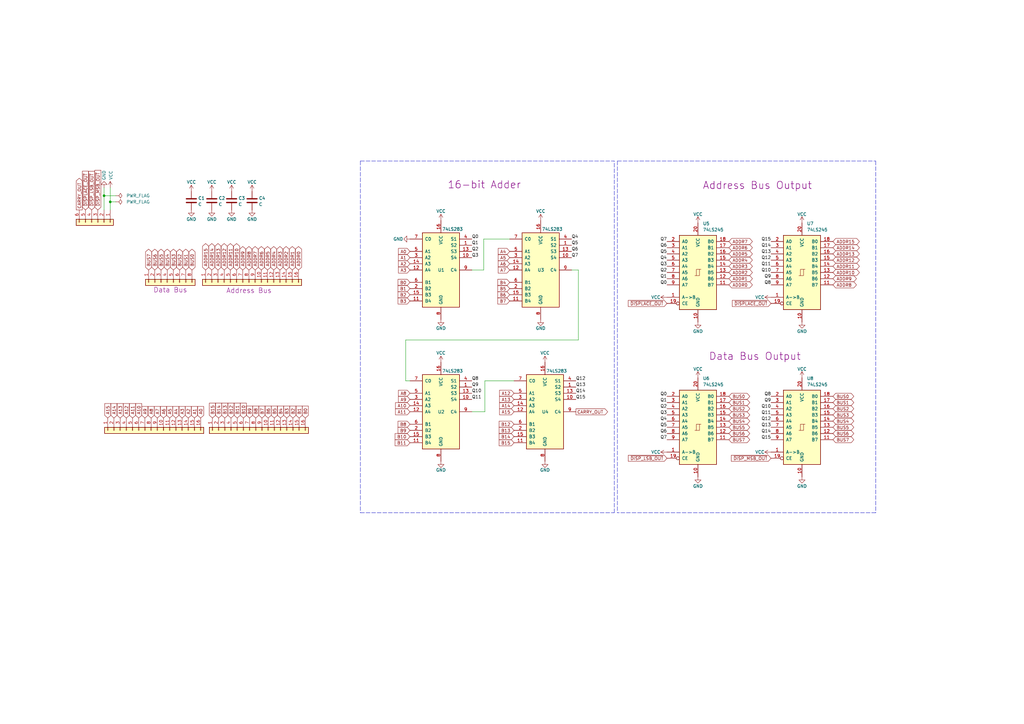
<source format=kicad_sch>
(kicad_sch (version 20211123) (generator eeschema)
  (paper "A3")
  (lib_symbols
    (symbol "74xx:74LS245" (pin_names (offset 1.016))
      (property "Reference" "U" (at -7.62 16.51 0))
      (property "Value" "74LS245" (at -7.62 -16.51 0))
      (symbol "74LS245_1_0"
        (polyline (pts (xy -0.635 -1.27) (xy -0.635 1.27) (xy 0.635 1.27)))
        (polyline (pts (xy -1.27 -1.27) (xy 0.635 -1.27) (xy 0.635 1.27) (xy 1.27 1.27)))
        (pin input line (at -12.7 -10.16 0) (length 5.08) (name "A->B") (number "1"))
        (pin power_in line (at 0 -20.32 90) (length 5.08) (name "GND") (number "10"))
        (pin tri_state line (at 12.7 -5.08 180) (length 5.08) (name "B7") (number "11"))
        (pin tri_state line (at 12.7 -2.54 180) (length 5.08) (name "B6") (number "12"))
        (pin tri_state line (at 12.7 0 180) (length 5.08) (name "B5") (number "13"))
        (pin tri_state line (at 12.7 2.54 180) (length 5.08) (name "B4") (number "14"))
        (pin tri_state line (at 12.7 5.08 180) (length 5.08) (name "B3") (number "15"))
        (pin tri_state line (at 12.7 7.62 180) (length 5.08) (name "B2") (number "16"))
        (pin tri_state line (at 12.7 10.16 180) (length 5.08) (name "B1") (number "17"))
        (pin tri_state line (at 12.7 12.7 180) (length 5.08) (name "B0") (number "18"))
        (pin input inverted (at -12.7 -12.7 0) (length 5.08) (name "CE") (number "19"))
        (pin tri_state line (at -12.7 12.7 0) (length 5.08) (name "A0") (number "2"))
        (pin power_in line (at 0 20.32 270) (length 5.08) (name "VCC") (number "20"))
        (pin tri_state line (at -12.7 10.16 0) (length 5.08) (name "A1") (number "3"))
        (pin tri_state line (at -12.7 7.62 0) (length 5.08) (name "A2") (number "4"))
        (pin tri_state line (at -12.7 5.08 0) (length 5.08) (name "A3") (number "5"))
        (pin tri_state line (at -12.7 2.54 0) (length 5.08) (name "A4") (number "6"))
        (pin tri_state line (at -12.7 0 0) (length 5.08) (name "A5") (number "7"))
        (pin tri_state line (at -12.7 -2.54 0) (length 5.08) (name "A6") (number "8"))
        (pin tri_state line (at -12.7 -5.08 0) (length 5.08) (name "A7") (number "9"))
      )
      (symbol "74LS245_1_1"
        (rectangle (start -7.62 15.24) (end 7.62 -15.24) (stroke (width 0.254)) (fill (type background)))
      )
    )
    (symbol "74xx:74LS283" (pin_names (offset 1.016))
      (property "Reference" "U" (at -7.62 16.51 0))
      (property "Value" "74LS283" (at -7.62 -16.51 0))
      (symbol "74LS283_1_0"
        (pin output line (at 12.7 10.16 180) (length 5.08) (name "S2") (number "1"))
        (pin output line (at 12.7 5.08 180) (length 5.08) (name "S4") (number "10"))
        (pin input line (at -12.7 -12.7 0) (length 5.08) (name "B4") (number "11"))
        (pin input line (at -12.7 0 0) (length 5.08) (name "A4") (number "12"))
        (pin output line (at 12.7 7.62 180) (length 5.08) (name "S3") (number "13"))
        (pin input line (at -12.7 2.54 0) (length 5.08) (name "A3") (number "14"))
        (pin input line (at -12.7 -10.16 0) (length 5.08) (name "B3") (number "15"))
        (pin power_in line (at 0 20.32 270) (length 5.08) (name "VCC") (number "16"))
        (pin input line (at -12.7 -7.62 0) (length 5.08) (name "B2") (number "2"))
        (pin input line (at -12.7 5.08 0) (length 5.08) (name "A2") (number "3"))
        (pin output line (at 12.7 12.7 180) (length 5.08) (name "S1") (number "4"))
        (pin input line (at -12.7 7.62 0) (length 5.08) (name "A1") (number "5"))
        (pin input line (at -12.7 -5.08 0) (length 5.08) (name "B1") (number "6"))
        (pin input line (at -12.7 12.7 0) (length 5.08) (name "C0") (number "7"))
        (pin power_in line (at 0 -20.32 90) (length 5.08) (name "GND") (number "8"))
        (pin output line (at 12.7 0 180) (length 5.08) (name "C4") (number "9"))
      )
      (symbol "74LS283_1_1"
        (rectangle (start -7.62 15.24) (end 7.62 -15.24) (stroke (width 0.254)) (fill (type background)))
      )
    )
    (symbol "Connector_Generic:Conn_01x06" (pin_names (offset 1.016) hide)
      (property "Reference" "J" (at 0 7.62 0))
      (property "Value" "Conn_01x06" (at 0 -10.16 0))
      (symbol "Conn_01x06_1_1"
        (rectangle (start -1.27 -7.493) (end 0 -7.747) (stroke (width 0.1524)))
        (rectangle (start -1.27 -4.953) (end 0 -5.207) (stroke (width 0.1524)))
        (rectangle (start -1.27 -2.413) (end 0 -2.667) (stroke (width 0.1524)))
        (rectangle (start -1.27 0.127) (end 0 -0.127) (stroke (width 0.1524)))
        (rectangle (start -1.27 2.667) (end 0 2.413) (stroke (width 0.1524)))
        (rectangle (start -1.27 5.207) (end 0 4.953) (stroke (width 0.1524)))
        (rectangle (start -1.27 6.35) (end 1.27 -8.89) (stroke (width 0.254)) (fill (type background)))
        (pin passive line (at -5.08 5.08 0) (length 3.81) (name "Pin_1") (number "1"))
        (pin passive line (at -5.08 2.54 0) (length 3.81) (name "Pin_2") (number "2"))
        (pin passive line (at -5.08 0 0) (length 3.81) (name "Pin_3") (number "3"))
        (pin passive line (at -5.08 -2.54 0) (length 3.81) (name "Pin_4") (number "4"))
        (pin passive line (at -5.08 -5.08 0) (length 3.81) (name "Pin_5") (number "5"))
        (pin passive line (at -5.08 -7.62 0) (length 3.81) (name "Pin_6") (number "6"))
      )
    )
    (symbol "Connector_Generic:Conn_01x08" (pin_names (offset 1.016) hide)
      (property "Reference" "J" (at 0 10.16 0))
      (property "Value" "Conn_01x08" (at 0 -12.7 0))
      (symbol "Conn_01x08_1_1"
        (rectangle (start -1.27 -10.033) (end 0 -10.287) (stroke (width 0.1524)))
        (rectangle (start -1.27 -7.493) (end 0 -7.747) (stroke (width 0.1524)))
        (rectangle (start -1.27 -4.953) (end 0 -5.207) (stroke (width 0.1524)))
        (rectangle (start -1.27 -2.413) (end 0 -2.667) (stroke (width 0.1524)))
        (rectangle (start -1.27 0.127) (end 0 -0.127) (stroke (width 0.1524)))
        (rectangle (start -1.27 2.667) (end 0 2.413) (stroke (width 0.1524)))
        (rectangle (start -1.27 5.207) (end 0 4.953) (stroke (width 0.1524)))
        (rectangle (start -1.27 7.747) (end 0 7.493) (stroke (width 0.1524)))
        (rectangle (start -1.27 8.89) (end 1.27 -11.43) (stroke (width 0.254)) (fill (type background)))
        (pin passive line (at -5.08 7.62 0) (length 3.81) (name "Pin_1") (number "1"))
        (pin passive line (at -5.08 5.08 0) (length 3.81) (name "Pin_2") (number "2"))
        (pin passive line (at -5.08 2.54 0) (length 3.81) (name "Pin_3") (number "3"))
        (pin passive line (at -5.08 0 0) (length 3.81) (name "Pin_4") (number "4"))
        (pin passive line (at -5.08 -2.54 0) (length 3.81) (name "Pin_5") (number "5"))
        (pin passive line (at -5.08 -5.08 0) (length 3.81) (name "Pin_6") (number "6"))
        (pin passive line (at -5.08 -7.62 0) (length 3.81) (name "Pin_7") (number "7"))
        (pin passive line (at -5.08 -10.16 0) (length 3.81) (name "Pin_8") (number "8"))
      )
    )
    (symbol "Connector_Generic:Conn_01x16" (pin_names (offset 1.016) hide)
      (property "Reference" "J" (at 0 20.32 0))
      (property "Value" "Conn_01x16" (at 0 -22.86 0))
      (symbol "Conn_01x16_1_1"
        (rectangle (start -1.27 -20.193) (end 0 -20.447) (stroke (width 0.1524)))
        (rectangle (start -1.27 -17.653) (end 0 -17.907) (stroke (width 0.1524)))
        (rectangle (start -1.27 -15.113) (end 0 -15.367) (stroke (width 0.1524)))
        (rectangle (start -1.27 -12.573) (end 0 -12.827) (stroke (width 0.1524)))
        (rectangle (start -1.27 -10.033) (end 0 -10.287) (stroke (width 0.1524)))
        (rectangle (start -1.27 -7.493) (end 0 -7.747) (stroke (width 0.1524)))
        (rectangle (start -1.27 -4.953) (end 0 -5.207) (stroke (width 0.1524)))
        (rectangle (start -1.27 -2.413) (end 0 -2.667) (stroke (width 0.1524)))
        (rectangle (start -1.27 0.127) (end 0 -0.127) (stroke (width 0.1524)))
        (rectangle (start -1.27 2.667) (end 0 2.413) (stroke (width 0.1524)))
        (rectangle (start -1.27 5.207) (end 0 4.953) (stroke (width 0.1524)))
        (rectangle (start -1.27 7.747) (end 0 7.493) (stroke (width 0.1524)))
        (rectangle (start -1.27 10.287) (end 0 10.033) (stroke (width 0.1524)))
        (rectangle (start -1.27 12.827) (end 0 12.573) (stroke (width 0.1524)))
        (rectangle (start -1.27 15.367) (end 0 15.113) (stroke (width 0.1524)))
        (rectangle (start -1.27 17.907) (end 0 17.653) (stroke (width 0.1524)))
        (rectangle (start -1.27 19.05) (end 1.27 -21.59) (stroke (width 0.254)) (fill (type background)))
        (pin passive line (at -5.08 17.78 0) (length 3.81) (name "Pin_1") (number "1"))
        (pin passive line (at -5.08 -5.08 0) (length 3.81) (name "Pin_10") (number "10"))
        (pin passive line (at -5.08 -7.62 0) (length 3.81) (name "Pin_11") (number "11"))
        (pin passive line (at -5.08 -10.16 0) (length 3.81) (name "Pin_12") (number "12"))
        (pin passive line (at -5.08 -12.7 0) (length 3.81) (name "Pin_13") (number "13"))
        (pin passive line (at -5.08 -15.24 0) (length 3.81) (name "Pin_14") (number "14"))
        (pin passive line (at -5.08 -17.78 0) (length 3.81) (name "Pin_15") (number "15"))
        (pin passive line (at -5.08 -20.32 0) (length 3.81) (name "Pin_16") (number "16"))
        (pin passive line (at -5.08 15.24 0) (length 3.81) (name "Pin_2") (number "2"))
        (pin passive line (at -5.08 12.7 0) (length 3.81) (name "Pin_3") (number "3"))
        (pin passive line (at -5.08 10.16 0) (length 3.81) (name "Pin_4") (number "4"))
        (pin passive line (at -5.08 7.62 0) (length 3.81) (name "Pin_5") (number "5"))
        (pin passive line (at -5.08 5.08 0) (length 3.81) (name "Pin_6") (number "6"))
        (pin passive line (at -5.08 2.54 0) (length 3.81) (name "Pin_7") (number "7"))
        (pin passive line (at -5.08 0 0) (length 3.81) (name "Pin_8") (number "8"))
        (pin passive line (at -5.08 -2.54 0) (length 3.81) (name "Pin_9") (number "9"))
      )
    )
    (symbol "Device:C" (pin_numbers hide) (pin_names (offset 0.254))
      (property "Reference" "C" (at 0.635 2.54 0))
      (property "Value" "C" (at 0.635 -2.54 0))
      (symbol "C_0_1"
        (polyline (pts (xy -2.032 -0.762) (xy 2.032 -0.762)) (stroke (width 0.508)))
        (polyline (pts (xy -2.032 0.762) (xy 2.032 0.762)) (stroke (width 0.508)))
      )
      (symbol "C_1_1"
        (pin passive line (at 0 3.81 270) (length 2.794) (name "~") (number "1"))
        (pin passive line (at 0 -3.81 90) (length 2.794) (name "~") (number "2"))
      )
    )
    (symbol "power:GND" (power) (pin_names (offset 0))
      (property "Value" "GND" (at 0 -3.81 0))
      (symbol "GND_0_1"
        (polyline (pts (xy 0 0) (xy 0 -1.27) (xy 1.27 -1.27) (xy 0 -2.54) (xy -1.27 -1.27) (xy 0 -1.27)))
      )
      (symbol "GND_1_1"
        (pin power_in line (at 0 0 270) (length 0) hide (name "GND") (number "1"))
      )
    )
    (symbol "power:PWR_FLAG" (power) (pin_numbers hide) (pin_names (offset 0) hide)
      (property "Value" "PWR_FLAG" (at 0 3.81 0))
      (symbol "PWR_FLAG_0_0"
        (pin power_out line (at 0 0 90) (length 0) (name "pwr") (number "1"))
      )
      (symbol "PWR_FLAG_0_1"
        (polyline (pts (xy 0 0) (xy 0 1.27) (xy -1.016 1.905) (xy 0 2.54) (xy 1.016 1.905) (xy 0 1.27)))
      )
    )
    (symbol "power:VCC" (power) (pin_names (offset 0))
      (property "Value" "VCC" (at 0 3.81 0))
      (symbol "VCC_0_1"
        (polyline (pts (xy -0.762 1.27) (xy 0 2.54)))
        (polyline (pts (xy 0 0) (xy 0 2.54)))
        (polyline (pts (xy 0 2.54) (xy 0.762 1.27)))
      )
      (symbol "VCC_1_1"
        (pin power_in line (at 0 0 90) (length 0) hide (name "VCC") (number "1"))
      )
    )
  )
  (junction (at 45.212 82.804))
  (junction (at 42.672 80.264))
  (polyline (pts (xy 147.828 210.312) (xy 251.968 210.312)))
  (wire (pts (xy 198.374 98.044) (xy 209.042 98.044)))
  (polyline (pts (xy 253.238 66.04) (xy 359.156 66.04)))
  (polyline (pts (xy 251.968 210.312) (xy 251.968 66.04)))
  (wire (pts (xy 193.548 110.744) (xy 198.374 110.744)))
  (wire (pts (xy 47.498 80.264) (xy 42.672 80.264)))
  (polyline (pts (xy 359.156 210.312) (xy 253.238 210.312)))
  (polyline (pts (xy 359.156 66.04) (xy 359.156 210.312)))
  (wire (pts (xy 42.672 80.264) (xy 42.672 76.962)))
  (wire (pts (xy 42.672 86.106) (xy 42.672 80.264)))
  (wire (pts (xy 47.498 82.804) (xy 45.212 82.804)))
  (wire (pts (xy 198.374 98.044) (xy 198.374 110.744)))
  (wire (pts (xy 45.212 82.804) (xy 45.212 86.106)))
  (wire (pts (xy 198.882 168.91) (xy 198.882 156.21)))
  (polyline (pts (xy 147.828 66.04) (xy 147.828 210.312)))
  (wire (pts (xy 166.37 156.21) (xy 168.148 156.21)))
  (wire (pts (xy 166.37 139.446) (xy 237.236 139.446)))
  (polyline (pts (xy 253.238 66.04) (xy 253.238 210.312)))
  (wire (pts (xy 166.37 139.446) (xy 166.37 156.21)))
  (wire (pts (xy 198.882 156.21) (xy 210.82 156.21)))
  (wire (pts (xy 45.212 76.962) (xy 45.212 82.804)))
  (wire (pts (xy 237.236 110.744) (xy 237.236 139.446)))
  (wire (pts (xy 193.548 168.91) (xy 198.882 168.91)))
  (polyline (pts (xy 147.828 66.04) (xy 251.968 66.04)))
  (wire (pts (xy 234.442 110.744) (xy 237.236 110.744)))
  (label "Q7" (at 273.558 99.06 180))
  (label "Q10" (at 316.23 167.64 180))
  (label "Q5" (at 234.442 100.584 0))
  (label "Q0" (at 273.558 116.84 180))
  (label "Q3" (at 273.558 109.22 180))
  (label "Q11" (at 316.23 170.18 180))
  (label "Q15" (at 316.23 180.34 180))
  (label "Q1" (at 193.548 100.584 0))
  (label "Q10" (at 316.23 111.76 180))
  (label "Q11" (at 193.548 163.83 0))
  (label "Q4" (at 234.442 98.044 0))
  (label "Q0" (at 193.548 98.044 0))
  (label "Q13" (at 316.23 104.14 180))
  (label "Q1" (at 273.558 165.1 180))
  (label "Q4" (at 273.558 106.68 180))
  (label "Q14" (at 236.22 161.29 0))
  (label "Q12" (at 316.23 106.68 180))
  (label "Q12" (at 316.23 172.72 180))
  (label "Q7" (at 273.558 180.34 180))
  (label "Q4" (at 273.558 172.72 180))
  (label "Q6" (at 234.442 103.124 0))
  (label "Q0" (at 273.558 162.56 180))
  (label "Q15" (at 236.22 163.83 0))
  (label "Q10" (at 193.548 161.29 0))
  (label "Q8" (at 316.23 116.84 180))
  (label "Q2" (at 273.558 167.64 180))
  (label "Q3" (at 273.558 170.18 180))
  (label "Q14" (at 316.23 177.8 180))
  (label "Q2" (at 273.558 111.76 180))
  (label "Q6" (at 273.558 177.8 180))
  (label "Q1" (at 273.558 114.3 180))
  (label "Q6" (at 273.558 101.6 180))
  (label "Q9" (at 193.548 158.75 0))
  (label "Q9" (at 316.23 114.3 180))
  (label "Q5" (at 273.558 104.14 180))
  (label "Q14" (at 316.23 101.6 180))
  (label "Q5" (at 273.558 175.26 180))
  (label "Q13" (at 316.23 175.26 180))
  (label "Q13" (at 236.22 158.75 0))
  (label "Q11" (at 316.23 109.22 180))
  (label "Q12" (at 236.22 156.21 0))
  (label "Q7" (at 234.442 105.664 0))
  (label "Q2" (at 193.548 103.124 0))
  (label "Q8" (at 316.23 162.56 180))
  (label "Q8" (at 193.548 156.21 0))
  (label "Q9" (at 316.23 165.1 180))
  (label "Q15" (at 316.23 99.06 180))
  (label "Q3" (at 193.548 105.664 0))
  (global_label "A13" (shape input) (at 49.276 171.45 90) (property "Intersheet References" "${INTERSHEET_REFS}" (effects hide)))
  (global_label "ADDR10" (shape tri_state) (at 97.028 110.744 90) (property "Intersheet References" "${INTERSHEET_REFS}" (effects hide)))
  (global_label "B2" (shape input) (at 120.142 171.45 90) (property "Intersheet References" "${INTERSHEET_REFS}" (effects hide)))
  (global_label "BUS5" (shape tri_state) (at 341.63 175.26 0) (property "Intersheet References" "${INTERSHEET_REFS}" (effects hide)))
  (global_label "A7" (shape input) (at 209.042 110.744 180) (property "Intersheet References" "${INTERSHEET_REFS}" (effects hide)))
  (global_label "ADDR6" (shape tri_state) (at 298.958 101.6 0) (property "Intersheet References" "${INTERSHEET_REFS}" (effects hide)))
  (global_label "B15" (shape input) (at 87.122 171.45 90) (property "Intersheet References" "${INTERSHEET_REFS}" (effects hide)))
  (global_label "A15" (shape input) (at 210.82 168.91 180) (property "Intersheet References" "${INTERSHEET_REFS}" (effects hide)))
  (global_label "BUS1" (shape tri_state) (at 341.63 165.1 0) (property "Intersheet References" "${INTERSHEET_REFS}" (effects hide)))
  (global_label "ADDR13" (shape tri_state) (at 89.408 110.744 90) (property "Intersheet References" "${INTERSHEET_REFS}" (effects hide)))
  (global_label "ADDR7" (shape tri_state) (at 298.958 99.06 0) (property "Intersheet References" "${INTERSHEET_REFS}" (effects hide)))
  (global_label "A11" (shape input) (at 54.356 171.45 90) (property "Intersheet References" "${INTERSHEET_REFS}" (effects hide)))
  (global_label "A12" (shape input) (at 210.82 161.29 180) (property "Intersheet References" "${INTERSHEET_REFS}" (effects hide)))
  (global_label "ADDR5" (shape tri_state) (at 109.728 110.744 90) (property "Intersheet References" "${INTERSHEET_REFS}" (effects hide)))
  (global_label "B12" (shape input) (at 94.742 171.45 90) (property "Intersheet References" "${INTERSHEET_REFS}" (effects hide)))
  (global_label "BUS6" (shape tri_state) (at 63.5 110.744 90) (property "Intersheet References" "${INTERSHEET_REFS}" (effects hide)))
  (global_label "A0" (shape input) (at 82.296 171.45 90) (property "Intersheet References" "${INTERSHEET_REFS}" (effects hide)))
  (global_label "ADDR13" (shape tri_state) (at 341.63 104.14 0) (property "Intersheet References" "${INTERSHEET_REFS}" (effects hide)))
  (global_label "B14" (shape input) (at 89.662 171.45 90) (property "Intersheet References" "${INTERSHEET_REFS}" (effects hide)))
  (global_label "ADDR6" (shape tri_state) (at 107.188 110.744 90) (property "Intersheet References" "${INTERSHEET_REFS}" (effects hide)))
  (global_label "BUS1" (shape tri_state) (at 298.958 165.1 0) (property "Intersheet References" "${INTERSHEET_REFS}" (effects hide)))
  (global_label "ADDR15" (shape tri_state) (at 341.63 99.06 0) (property "Intersheet References" "${INTERSHEET_REFS}" (effects hide)))
  (global_label "~{DISP_LSB_OUT}" (shape input) (at 273.558 187.96 180) (property "Intersheet References" "${INTERSHEET_REFS}" (effects hide)))
  (global_label "A2" (shape input) (at 168.148 108.204 180) (property "Intersheet References" "${INTERSHEET_REFS}" (effects hide)))
  (global_label "A8" (shape input) (at 168.148 161.29 180) (property "Intersheet References" "${INTERSHEET_REFS}" (effects hide)))
  (global_label "B7" (shape input) (at 107.442 171.45 90) (property "Intersheet References" "${INTERSHEET_REFS}" (effects hide)))
  (global_label "BUS5" (shape tri_state) (at 298.958 175.26 0) (property "Intersheet References" "${INTERSHEET_REFS}" (effects hide)))
  (global_label "A4" (shape input) (at 209.042 103.124 180) (property "Intersheet References" "${INTERSHEET_REFS}" (effects hide)))
  (global_label "BUS0" (shape tri_state) (at 78.74 110.744 90) (property "Intersheet References" "${INTERSHEET_REFS}" (effects hide)))
  (global_label "A11" (shape input) (at 168.148 168.91 180) (property "Intersheet References" "${INTERSHEET_REFS}" (effects hide)))
  (global_label "B8" (shape input) (at 104.902 171.45 90) (property "Intersheet References" "${INTERSHEET_REFS}" (effects hide)))
  (global_label "B7" (shape input) (at 209.042 123.444 180) (property "Intersheet References" "${INTERSHEET_REFS}" (effects hide)))
  (global_label "B5" (shape input) (at 209.042 118.364 180) (property "Intersheet References" "${INTERSHEET_REFS}" (effects hide)))
  (global_label "A1" (shape input) (at 79.756 171.45 90) (property "Intersheet References" "${INTERSHEET_REFS}" (effects hide)))
  (global_label "CARRY_OUT" (shape output) (at 236.22 168.91 0) (property "Intersheet References" "${INTERSHEET_REFS}" (effects hide)))
  (global_label "B13" (shape input) (at 210.82 176.53 180) (property "Intersheet References" "${INTERSHEET_REFS}" (effects hide)))
  (global_label "ADDR7" (shape tri_state) (at 104.648 110.744 90) (property "Intersheet References" "${INTERSHEET_REFS}" (effects hide)))
  (global_label "A2" (shape input) (at 77.216 171.45 90) (property "Intersheet References" "${INTERSHEET_REFS}" (effects hide)))
  (global_label "B4" (shape input) (at 209.042 115.824 180) (property "Intersheet References" "${INTERSHEET_REFS}" (effects hide)))
  (global_label "ADDR12" (shape tri_state) (at 91.948 110.744 90) (property "Intersheet References" "${INTERSHEET_REFS}" (effects hide)))
  (global_label "BUS3" (shape tri_state) (at 341.63 170.18 0) (property "Intersheet References" "${INTERSHEET_REFS}" (effects hide)))
  (global_label "ADDR4" (shape tri_state) (at 298.958 106.68 0) (property "Intersheet References" "${INTERSHEET_REFS}" (effects hide)))
  (global_label "A14" (shape input) (at 46.736 171.45 90) (property "Intersheet References" "${INTERSHEET_REFS}" (effects hide)))
  (global_label "A9" (shape input) (at 168.148 163.83 180) (property "Intersheet References" "${INTERSHEET_REFS}" (effects hide)))
  (global_label "B13" (shape input) (at 92.202 171.45 90) (property "Intersheet References" "${INTERSHEET_REFS}" (effects hide)))
  (global_label "BUS2" (shape tri_state) (at 298.958 167.64 0) (property "Intersheet References" "${INTERSHEET_REFS}" (effects hide)))
  (global_label "BUS7" (shape tri_state) (at 60.96 110.744 90) (property "Intersheet References" "${INTERSHEET_REFS}" (effects hide)))
  (global_label "A9" (shape input) (at 59.436 171.45 90) (property "Intersheet References" "${INTERSHEET_REFS}" (effects hide)))
  (global_label "ADDR1" (shape tri_state) (at 298.958 114.3 0) (property "Intersheet References" "${INTERSHEET_REFS}" (effects hide)))
  (global_label "ADDR15" (shape tri_state) (at 84.328 110.744 90) (property "Intersheet References" "${INTERSHEET_REFS}" (effects hide)))
  (global_label "~{DISP_MSB_OUT}" (shape input) (at 316.23 187.96 180) (property "Intersheet References" "${INTERSHEET_REFS}" (effects hide)))
  (global_label "ADDR8" (shape tri_state) (at 341.63 116.84 0) (property "Intersheet References" "${INTERSHEET_REFS}" (effects hide)))
  (global_label "BUS4" (shape tri_state) (at 298.958 172.72 0) (property "Intersheet References" "${INTERSHEET_REFS}" (effects hide)))
  (global_label "ADDR10" (shape tri_state) (at 341.63 111.76 0) (property "Intersheet References" "${INTERSHEET_REFS}" (effects hide)))
  (global_label "A10" (shape input) (at 168.148 166.37 180) (property "Intersheet References" "${INTERSHEET_REFS}" (effects hide)))
  (global_label "A5" (shape input) (at 209.042 105.664 180) (property "Intersheet References" "${INTERSHEET_REFS}" (effects hide)))
  (global_label "ADDR11" (shape tri_state) (at 94.488 110.744 90) (property "Intersheet References" "${INTERSHEET_REFS}" (effects hide)))
  (global_label "BUS0" (shape tri_state) (at 298.958 162.56 0) (property "Intersheet References" "${INTERSHEET_REFS}" (effects hide)))
  (global_label "ADDR11" (shape tri_state) (at 341.63 109.22 0) (property "Intersheet References" "${INTERSHEET_REFS}" (effects hide)))
  (global_label "A10" (shape input) (at 56.896 171.45 90) (property "Intersheet References" "${INTERSHEET_REFS}" (effects hide)))
  (global_label "BUS7" (shape tri_state) (at 298.958 180.34 0) (property "Intersheet References" "${INTERSHEET_REFS}" (effects hide)))
  (global_label "B6" (shape input) (at 209.042 120.904 180) (property "Intersheet References" "${INTERSHEET_REFS}" (effects hide)))
  (global_label "ADDR12" (shape tri_state) (at 341.63 106.68 0) (property "Intersheet References" "${INTERSHEET_REFS}" (effects hide)))
  (global_label "BUS3" (shape tri_state) (at 71.12 110.744 90) (property "Intersheet References" "${INTERSHEET_REFS}" (effects hide)))
  (global_label "BUS7" (shape tri_state) (at 341.63 180.34 0) (property "Intersheet References" "${INTERSHEET_REFS}" (effects hide)))
  (global_label "A8" (shape input) (at 61.976 171.45 90) (property "Intersheet References" "${INTERSHEET_REFS}" (effects hide)))
  (global_label "ADDR14" (shape tri_state) (at 341.63 101.6 0) (property "Intersheet References" "${INTERSHEET_REFS}" (effects hide)))
  (global_label "A12" (shape input) (at 51.816 171.45 90) (property "Intersheet References" "${INTERSHEET_REFS}" (effects hide)))
  (global_label "B9" (shape input) (at 168.148 176.53 180) (property "Intersheet References" "${INTERSHEET_REFS}" (effects hide)))
  (global_label "ADDR14" (shape tri_state) (at 86.868 110.744 90) (property "Intersheet References" "${INTERSHEET_REFS}" (effects hide)))
  (global_label "BUS0" (shape tri_state) (at 341.63 162.56 0) (property "Intersheet References" "${INTERSHEET_REFS}" (effects hide)))
  (global_label "~{DISPLACE_OUT}" (shape input) (at 273.558 124.46 180) (property "Intersheet References" "${INTERSHEET_REFS}" (effects hide)))
  (global_label "B9" (shape input) (at 102.362 171.45 90) (property "Intersheet References" "${INTERSHEET_REFS}" (effects hide)))
  (global_label "ADDR3" (shape tri_state) (at 298.958 109.22 0) (property "Intersheet References" "${INTERSHEET_REFS}" (effects hide)))
  (global_label "A14" (shape input) (at 210.82 166.37 180) (property "Intersheet References" "${INTERSHEET_REFS}" (effects hide)))
  (global_label "ADDR2" (shape tri_state) (at 298.958 111.76 0) (property "Intersheet References" "${INTERSHEET_REFS}" (effects hide)))
  (global_label "ADDR8" (shape tri_state) (at 102.108 110.744 90) (property "Intersheet References" "${INTERSHEET_REFS}" (effects hide)))
  (global_label "A3" (shape input) (at 74.676 171.45 90) (property "Intersheet References" "${INTERSHEET_REFS}" (effects hide)))
  (global_label "B0" (shape input) (at 125.222 171.45 90) (property "Intersheet References" "${INTERSHEET_REFS}" (effects hide)))
  (global_label "A6" (shape input) (at 209.042 108.204 180) (property "Intersheet References" "${INTERSHEET_REFS}" (effects hide)))
  (global_label "B11" (shape input) (at 97.282 171.45 90) (property "Intersheet References" "${INTERSHEET_REFS}" (effects hide)))
  (global_label "BUS5" (shape tri_state) (at 66.04 110.744 90) (property "Intersheet References" "${INTERSHEET_REFS}" (effects hide)))
  (global_label "CARRY_OUT" (shape output) (at 32.512 86.106 90) (property "Intersheet References" "${INTERSHEET_REFS}" (effects hide)))
  (global_label "A3" (shape input) (at 168.148 110.744 180) (property "Intersheet References" "${INTERSHEET_REFS}" (effects hide)))
  (global_label "B8" (shape input) (at 168.148 173.99 180) (property "Intersheet References" "${INTERSHEET_REFS}" (effects hide)))
  (global_label "B4" (shape input) (at 115.062 171.45 90) (property "Intersheet References" "${INTERSHEET_REFS}" (effects hide)))
  (global_label "~{DISP_LSB_OUT}" (shape input) (at 37.592 86.106 90) (property "Intersheet References" "${INTERSHEET_REFS}" (effects hide)))
  (global_label "ADDR9" (shape tri_state) (at 341.63 114.3 0) (property "Intersheet References" "${INTERSHEET_REFS}" (effects hide)))
  (global_label "ADDR3" (shape tri_state) (at 114.808 110.744 90) (property "Intersheet References" "${INTERSHEET_REFS}" (effects hide)))
  (global_label "ADDR0" (shape tri_state) (at 122.428 110.744 90) (property "Intersheet References" "${INTERSHEET_REFS}" (effects hide)))
  (global_label "BUS1" (shape tri_state) (at 76.2 110.744 90) (property "Intersheet References" "${INTERSHEET_REFS}" (effects hide)))
  (global_label "B14" (shape input) (at 210.82 179.07 180) (property "Intersheet References" "${INTERSHEET_REFS}" (effects hide)))
  (global_label "~{DISPLACE_OUT}" (shape input) (at 316.23 124.46 180) (property "Intersheet References" "${INTERSHEET_REFS}" (effects hide)))
  (global_label "A5" (shape input) (at 69.596 171.45 90) (property "Intersheet References" "${INTERSHEET_REFS}" (effects hide)))
  (global_label "BUS6" (shape tri_state) (at 298.958 177.8 0) (property "Intersheet References" "${INTERSHEET_REFS}" (effects hide)))
  (global_label "BUS2" (shape tri_state) (at 73.66 110.744 90) (property "Intersheet References" "${INTERSHEET_REFS}" (effects hide)))
  (global_label "B6" (shape input) (at 109.982 171.45 90) (property "Intersheet References" "${INTERSHEET_REFS}" (effects hide)))
  (global_label "B3" (shape input) (at 168.148 123.444 180) (property "Intersheet References" "${INTERSHEET_REFS}" (effects hide)))
  (global_label "A13" (shape input) (at 210.82 163.83 180) (property "Intersheet References" "${INTERSHEET_REFS}" (effects hide)))
  (global_label "B0" (shape input) (at 168.148 115.824 180) (property "Intersheet References" "${INTERSHEET_REFS}" (effects hide)))
  (global_label "B12" (shape input) (at 210.82 173.99 180) (property "Intersheet References" "${INTERSHEET_REFS}" (effects hide)))
  (global_label "~{DISP_MSB_OUT}" (shape input) (at 40.132 86.106 90) (property "Intersheet References" "${INTERSHEET_REFS}" (effects hide)))
  (global_label "ADDR5" (shape tri_state) (at 298.958 104.14 0) (property "Intersheet References" "${INTERSHEET_REFS}" (effects hide)))
  (global_label "BUS4" (shape tri_state) (at 341.63 172.72 0) (property "Intersheet References" "${INTERSHEET_REFS}" (effects hide)))
  (global_label "ADDR2" (shape tri_state) (at 117.348 110.744 90) (property "Intersheet References" "${INTERSHEET_REFS}" (effects hide)))
  (global_label "ADDR9" (shape tri_state) (at 99.568 110.744 90) (property "Intersheet References" "${INTERSHEET_REFS}" (effects hide)))
  (global_label "BUS3" (shape tri_state) (at 298.958 170.18 0) (property "Intersheet References" "${INTERSHEET_REFS}" (effects hide)))
  (global_label "B10" (shape input) (at 168.148 179.07 180) (property "Intersheet References" "${INTERSHEET_REFS}" (effects hide)))
  (global_label "~{DISPLACE_OUT}" (shape input) (at 35.052 86.106 90) (property "Intersheet References" "${INTERSHEET_REFS}" (effects hide)))
  (global_label "A4" (shape input) (at 72.136 171.45 90) (property "Intersheet References" "${INTERSHEET_REFS}" (effects hide)))
  (global_label "A15" (shape input) (at 44.196 171.45 90) (property "Intersheet References" "${INTERSHEET_REFS}" (effects hide)))
  (global_label "A7" (shape input) (at 64.516 171.45 90) (property "Intersheet References" "${INTERSHEET_REFS}" (effects hide)))
  (global_label "BUS6" (shape tri_state) (at 341.63 177.8 0) (property "Intersheet References" "${INTERSHEET_REFS}" (effects hide)))
  (global_label "A0" (shape input) (at 168.148 103.124 180) (property "Intersheet References" "${INTERSHEET_REFS}" (effects hide)))
  (global_label "BUS4" (shape tri_state) (at 68.58 110.744 90) (property "Intersheet References" "${INTERSHEET_REFS}" (effects hide)))
  (global_label "B15" (shape input) (at 210.82 181.61 180) (property "Intersheet References" "${INTERSHEET_REFS}" (effects hide)))
  (global_label "B3" (shape input) (at 117.602 171.45 90) (property "Intersheet References" "${INTERSHEET_REFS}" (effects hide)))
  (global_label "B10" (shape input) (at 99.822 171.45 90) (property "Intersheet References" "${INTERSHEET_REFS}" (effects hide)))
  (global_label "B1" (shape input) (at 122.682 171.45 90) (property "Intersheet References" "${INTERSHEET_REFS}" (effects hide)))
  (global_label "B2" (shape input) (at 168.148 120.904 180) (property "Intersheet References" "${INTERSHEET_REFS}" (effects hide)))
  (global_label "A1" (shape input) (at 168.148 105.664 180) (property "Intersheet References" "${INTERSHEET_REFS}" (effects hide)))
  (global_label "B5" (shape input) (at 112.522 171.45 90) (property "Intersheet References" "${INTERSHEET_REFS}" (effects hide)))
  (global_label "ADDR0" (shape tri_state) (at 298.958 116.84 0) (property "Intersheet References" "${INTERSHEET_REFS}" (effects hide)))
  (global_label "ADDR1" (shape tri_state) (at 119.888 110.744 90) (property "Intersheet References" "${INTERSHEET_REFS}" (effects hide)))
  (global_label "A6" (shape input) (at 67.056 171.45 90) (property "Intersheet References" "${INTERSHEET_REFS}" (effects hide)))
  (global_label "ADDR4" (shape tri_state) (at 112.268 110.744 90) (property "Intersheet References" "${INTERSHEET_REFS}" (effects hide)))
  (global_label "BUS2" (shape tri_state) (at 341.63 167.64 0) (property "Intersheet References" "${INTERSHEET_REFS}" (effects hide)))
  (global_label "B11" (shape input) (at 168.148 181.61 180) (property "Intersheet References" "${INTERSHEET_REFS}" (effects hide)))
  (global_label "B1" (shape input) (at 168.148 118.364 180) (property "Intersheet References" "${INTERSHEET_REFS}" (effects hide)))
  (symbol (lib_id "power:GND") (at 223.52 189.23 0) (mirror y) (unit 1)
    (property "Reference" "#PWR019" (effects hide))
    (property "Value" "GND" (at 223.52 192.786 0))
  )
  (symbol (lib_id "power:VCC") (at 221.742 90.424 0) (unit 1)
    (property "Reference" "#PWR016" (effects hide))
    (property "Value" "VCC" (at 221.742 86.614 0))
  )
  (symbol (lib_id "power:GND") (at 286.258 132.08 0) (unit 1)
    (property "Reference" "#PWR023" (effects hide))
    (property "Value" "GND" (at 286.258 135.89 0))
  )
  (symbol (lib_id "power:VCC") (at 286.258 154.94 0) (unit 1)
    (property "Reference" "#PWR024" (effects hide))
    (property "Value" "VCC" (at 286.258 151.384 0))
  )
  (symbol (lib_id "Connector_Generic:Conn_01x08") (at 68.58 115.824 90) (mirror x) (unit 1)
    (property "Reference" "J3" (effects hide))
    (property "Value" "Conn_01x08" (effects hide))
    (property "Footprint" "Connector_PinHeader_2.54mm:PinHeader_1x08_P2.54mm_Vertical" (effects hide))
    (property "Field4" "Data Bus" (at 69.85 118.872 90) (effects (font (size 2 2))))
  )
  (symbol (lib_id "power:GND") (at 94.996 86.106 0) (unit 1)
    (property "Reference" "#PWR08" (effects hide))
    (property "Value" "GND" (at 94.996 89.916 0))
  )
  (symbol (lib_id "power:VCC") (at 223.52 148.59 0) (unit 1)
    (property "Reference" "#PWR018" (effects hide))
    (property "Value" "VCC" (at 223.52 144.78 0))
  )
  (symbol (lib_id "power:GND") (at 78.486 86.106 0) (unit 1)
    (property "Reference" "#PWR04" (effects hide))
    (property "Value" "GND" (at 78.486 89.916 0))
  )
  (symbol (lib_id "power:GND") (at 168.148 98.044 270) (mirror x) (unit 1)
    (property "Reference" "#PWR011" (effects hide))
    (property "Value" "GND" (at 163.322 98.044 90))
  )
  (symbol (lib_id "power:VCC") (at 273.558 121.92 90) (unit 1)
    (property "Reference" "#PWR020" (effects hide))
    (property "Value" "VCC" (at 268.986 121.92 90))
  )
  (symbol (lib_id "power:GND") (at 328.93 195.58 0) (unit 1)
    (property "Reference" "#PWR031" (effects hide))
    (property "Value" "GND" (at 328.93 199.39 0))
  )
  (symbol (lib_id "74xx:74LS245") (at 328.93 175.26 0) (unit 1)
    (property "Reference" "U8" (at 330.9494 155.194 0) (effects (justify left)))
    (property "Value" "74LS245" (at 330.9494 157.734 0) (effects (justify left)))
    (property "Footprint" "Package_SO:SOIC-20W_7.5x12.8mm_P1.27mm" (effects hide))
    (property "Datasheet" "http://www.ti.com/lit/gpn/sn74LS245" (effects hide))
  )
  (symbol (lib_id "power:GND") (at 42.672 76.962 180) (unit 1)
    (property "Reference" "#PWR01" (effects hide))
    (property "Value" "GND" (at 42.672 71.882 90))
  )
  (symbol (lib_id "power:VCC") (at 328.93 91.44 0) (unit 1)
    (property "Reference" "#PWR028" (effects hide))
    (property "Value" "VCC" (at 328.93 87.884 0))
  )
  (symbol (lib_id "74xx:74LS283") (at 180.848 110.744 0) (unit 1)
    (property "Reference" "U1" (at 179.578 110.744 0) (effects (justify left)))
    (property "Value" "74LS283" (at 181.356 93.98 0) (effects (justify left)))
    (property "Footprint" "Package_SO:SOIC-16_4.55x10.3mm_P1.27mm" (effects hide))
    (property "Datasheet" "http://www.ti.com/lit/gpn/sn74LS283" (effects hide))
    (property "Field4" "16-bit Adder" (at 198.628 75.692 0) (effects (font (size 3 3))))
  )
  (symbol (lib_id "power:VCC") (at 86.868 78.486 0) (unit 1)
    (property "Reference" "#PWR05" (effects hide))
    (property "Value" "VCC" (at 86.868 74.676 0))
  )
  (symbol (lib_id "Connector_Generic:Conn_01x16") (at 61.976 176.53 90) (mirror x) (unit 1)
    (property "Reference" "J2" (effects hide))
    (property "Value" "Conn_01x16" (effects hide))
    (property "Footprint" "Connector_PinHeader_2.54mm:PinHeader_1x16_P2.54mm_Vertical" (effects hide))
    (property "Field4" "Register Value" (effects hide))
  )
  (symbol (lib_id "power:GND") (at 221.742 131.064 0) (mirror y) (unit 1)
    (property "Reference" "#PWR017" (effects hide))
    (property "Value" "GND" (at 221.742 134.62 0))
  )
  (symbol (lib_id "74xx:74LS283") (at 180.848 168.91 0) (unit 1)
    (property "Reference" "U2" (at 179.578 168.91 0) (effects (justify left)))
    (property "Value" "74LS283" (at 181.356 152.146 0) (effects (justify left)))
    (property "Footprint" "Package_SO:SOIC-16_4.55x10.3mm_P1.27mm" (effects hide))
    (property "Datasheet" "http://www.ti.com/lit/gpn/sn74LS283" (effects hide))
  )
  (symbol (lib_id "power:GND") (at 103.378 86.106 0) (unit 1)
    (property "Reference" "#PWR010" (effects hide))
    (property "Value" "GND" (at 103.378 89.916 0))
  )
  (symbol (lib_id "power:VCC") (at 273.558 185.42 90) (unit 1)
    (property "Reference" "#PWR021" (effects hide))
    (property "Value" "VCC" (at 268.986 185.42 90))
  )
  (symbol (lib_id "power:GND") (at 86.868 86.106 0) (unit 1)
    (property "Reference" "#PWR06" (effects hide))
    (property "Value" "GND" (at 86.868 89.916 0))
  )
  (symbol (lib_id "Device:C") (at 78.486 82.296 0) (unit 1)
    (property "Reference" "C1" (at 81.28 81.28 0) (effects (justify left)))
    (property "Value" "C" (at 81.28 83.82 0) (effects (justify left)))
    (property "Footprint" "Capacitor_SMD:C_0805_2012Metric" (effects hide))
  )
  (symbol (lib_id "power:VCC") (at 180.848 148.59 0) (unit 1)
    (property "Reference" "#PWR014" (effects hide))
    (property "Value" "VCC" (at 180.848 144.78 0))
  )
  (symbol (lib_id "74xx:74LS283") (at 221.742 110.744 0) (unit 1)
    (property "Reference" "U3" (at 220.472 110.744 0) (effects (justify left)))
    (property "Value" "74LS283" (at 222.25 93.98 0) (effects (justify left)))
    (property "Footprint" "Package_SO:SOIC-16_4.55x10.3mm_P1.27mm" (effects hide))
    (property "Datasheet" "http://www.ti.com/lit/gpn/sn74LS283" (effects hide))
  )
  (symbol (lib_id "power:VCC") (at 45.212 76.962 0) (unit 1)
    (property "Reference" "#PWR02" (effects hide))
    (property "Value" "VCC" (at 45.466 71.882 90))
  )
  (symbol (lib_id "power:GND") (at 286.258 195.58 0) (unit 1)
    (property "Reference" "#PWR025" (effects hide))
    (property "Value" "GND" (at 286.258 199.39 0))
  )
  (symbol (lib_id "Device:C") (at 103.378 82.296 0) (unit 1)
    (property "Reference" "C4" (at 106.172 81.28 0) (effects (justify left)))
    (property "Value" "C" (at 106.172 83.82 0) (effects (justify left)))
    (property "Footprint" "Capacitor_SMD:C_0805_2012Metric" (effects hide))
  )
  (symbol (lib_id "power:GND") (at 180.848 131.064 0) (mirror y) (unit 1)
    (property "Reference" "#PWR013" (effects hide))
    (property "Value" "GND" (at 180.848 134.62 0))
  )
  (symbol (lib_id "74xx:74LS245") (at 286.258 175.26 0) (unit 1)
    (property "Reference" "U6" (at 288.2774 155.194 0) (effects (justify left)))
    (property "Value" "74LS245" (at 288.2774 157.734 0) (effects (justify left)))
    (property "Footprint" "Package_SO:SOIC-20W_7.5x12.8mm_P1.27mm" (effects hide))
    (property "Datasheet" "http://www.ti.com/lit/gpn/sn74LS245" (effects hide))
    (property "Field4" "Data Bus Output" (at 309.626 146.05 0) (effects (font (size 3 3))))
  )
  (symbol (lib_id "power:VCC") (at 103.378 78.486 0) (unit 1)
    (property "Reference" "#PWR09" (effects hide))
    (property "Value" "VCC" (at 103.378 74.676 0))
  )
  (symbol (lib_id "74xx:74LS245") (at 286.258 111.76 0) (unit 1)
    (property "Reference" "U5" (at 288.2774 91.694 0) (effects (justify left)))
    (property "Value" "74LS245" (at 288.2774 94.234 0) (effects (justify left)))
    (property "Footprint" "Package_SO:SOIC-20W_7.5x12.8mm_P1.27mm" (effects hide))
    (property "Datasheet" "http://www.ti.com/lit/gpn/sn74LS245" (effects hide))
    (property "Field4" "Address Bus Output" (at 310.642 75.946 0) (effects (font (size 3 3))))
  )
  (symbol (lib_id "Connector_Generic:Conn_01x16") (at 104.902 176.53 90) (mirror x) (unit 1)
    (property "Reference" "J5" (effects hide))
    (property "Value" "Conn_01x16" (effects hide))
    (property "Footprint" "Connector_PinHeader_2.54mm:PinHeader_1x16_P2.54mm_Vertical" (effects hide))
    (property "Field4" "Register Value" (effects hide))
  )
  (symbol (lib_id "power:PWR_FLAG") (at 47.498 82.804 270) (unit 1)
    (property "Reference" "#FLG02" (effects hide))
    (property "Value" "PWR_FLAG" (at 51.816 82.8041 90) (effects (justify left)))
  )
  (symbol (lib_id "power:GND") (at 180.848 189.23 0) (mirror y) (unit 1)
    (property "Reference" "#PWR015" (effects hide))
    (property "Value" "GND" (at 180.848 192.786 0))
  )
  (symbol (lib_id "Device:C") (at 94.996 82.296 0) (unit 1)
    (property "Reference" "C3" (at 97.79 81.28 0) (effects (justify left)))
    (property "Value" "C" (at 97.79 83.82 0) (effects (justify left)))
    (property "Footprint" "Capacitor_SMD:C_0805_2012Metric" (effects hide))
  )
  (symbol (lib_id "power:VCC") (at 180.848 90.424 0) (unit 1)
    (property "Reference" "#PWR012" (effects hide))
    (property "Value" "VCC" (at 180.848 86.614 0))
  )
  (symbol (lib_id "74xx:74LS283") (at 223.52 168.91 0) (unit 1)
    (property "Reference" "U4" (at 222.25 168.91 0) (effects (justify left)))
    (property "Value" "74LS283" (at 224.028 152.146 0) (effects (justify left)))
    (property "Footprint" "Package_SO:SOIC-16_4.55x10.3mm_P1.27mm" (effects hide))
    (property "Datasheet" "http://www.ti.com/lit/gpn/sn74LS283" (effects hide))
  )
  (symbol (lib_id "74xx:74LS245") (at 328.93 111.76 0) (unit 1)
    (property "Reference" "U7" (at 330.9494 91.694 0) (effects (justify left)))
    (property "Value" "74LS245" (at 330.9494 94.234 0) (effects (justify left)))
    (property "Footprint" "Package_SO:SOIC-20W_7.5x12.8mm_P1.27mm" (effects hide))
    (property "Datasheet" "http://www.ti.com/lit/gpn/sn74LS245" (effects hide))
  )
  (symbol (lib_id "power:VCC") (at 286.258 91.44 0) (unit 1)
    (property "Reference" "#PWR022" (effects hide))
    (property "Value" "VCC" (at 286.258 87.884 0))
  )
  (symbol (lib_id "power:VCC") (at 316.23 121.92 90) (unit 1)
    (property "Reference" "#PWR026" (effects hide))
    (property "Value" "VCC" (at 311.658 121.92 90))
  )
  (symbol (lib_id "power:VCC") (at 328.93 154.94 0) (unit 1)
    (property "Reference" "#PWR030" (effects hide))
    (property "Value" "VCC" (at 328.93 151.384 0))
  )
  (symbol (lib_id "power:VCC") (at 94.996 78.486 0) (unit 1)
    (property "Reference" "#PWR07" (effects hide))
    (property "Value" "VCC" (at 94.996 74.676 0))
  )
  (symbol (lib_id "power:PWR_FLAG") (at 47.498 80.264 270) (unit 1)
    (property "Reference" "#FLG01" (effects hide))
    (property "Value" "PWR_FLAG" (at 51.816 80.2641 90) (effects (justify left)))
  )
  (symbol (lib_id "Connector_Generic:Conn_01x16") (at 102.108 115.824 90) (mirror x) (unit 1)
    (property "Reference" "J4" (effects hide))
    (property "Value" "Conn_01x16" (effects hide))
    (property "Footprint" "Connector_PinHeader_2.54mm:PinHeader_1x16_P2.54mm_Vertical" (effects hide))
    (property "Field4" "Register Value" (effects hide))
    (property "Field5" "Address Bus" (at 102.108 119.126 90) (effects (font (size 2 2))))
  )
  (symbol (lib_id "power:VCC") (at 78.486 78.486 0) (unit 1)
    (property "Reference" "#PWR03" (effects hide))
    (property "Value" "VCC" (at 78.486 74.676 0))
  )
  (symbol (lib_id "power:VCC") (at 316.23 185.42 90) (unit 1)
    (property "Reference" "#PWR027" (effects hide))
    (property "Value" "VCC" (at 311.658 185.42 90))
  )
  (symbol (lib_id "Device:C") (at 86.868 82.296 0) (unit 1)
    (property "Reference" "C2" (at 89.662 81.28 0) (effects (justify left)))
    (property "Value" "C" (at 89.662 83.82 0) (effects (justify left)))
    (property "Footprint" "Capacitor_SMD:C_0805_2012Metric" (effects hide))
  )
  (symbol (lib_id "power:GND") (at 328.93 132.08 0) (unit 1)
    (property "Reference" "#PWR029" (effects hide))
    (property "Value" "GND" (at 328.93 135.89 0))
  )
  (symbol (lib_id "Connector_Generic:Conn_01x06") (at 40.132 91.186 270) (unit 1)
    (property "Reference" "J1" (effects hide))
    (property "Value" "Conn_01x06" (effects hide))
    (property "Footprint" "Connector_PinHeader_2.54mm:PinHeader_1x06_P2.54mm_Vertical" (effects hide))
  )
)
</source>
